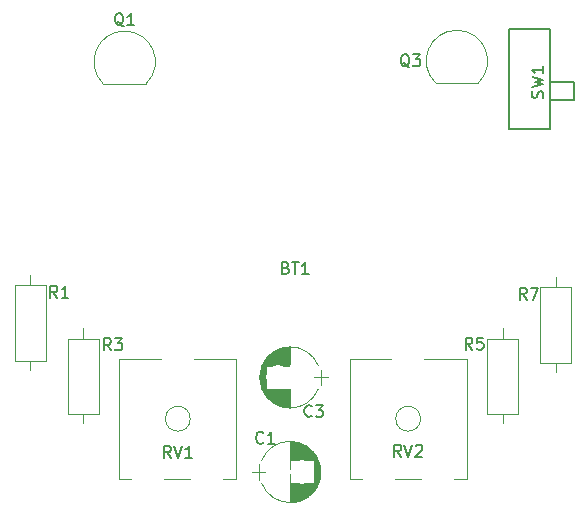
<source format=gbr>
G04 #@! TF.GenerationSoftware,KiCad,Pcbnew,5.0.0*
G04 #@! TF.CreationDate,2018-08-21T17:50:13+02:00*
G04 #@! TF.ProjectId,blink_badge,626C696E6B5F62616467652E6B696361,rev?*
G04 #@! TF.SameCoordinates,Original*
G04 #@! TF.FileFunction,Legend,Top*
G04 #@! TF.FilePolarity,Positive*
%FSLAX46Y46*%
G04 Gerber Fmt 4.6, Leading zero omitted, Abs format (unit mm)*
G04 Created by KiCad (PCBNEW 5.0.0) date Tue Aug 21 17:50:13 2018*
%MOMM*%
%LPD*%
G01*
G04 APERTURE LIST*
%ADD10C,0.120000*%
%ADD11C,0.150000*%
%ADD12C,4.400000*%
%ADD13R,5.480000X5.480000*%
%ADD14C,15.400000*%
%ADD15C,0.900000*%
%ADD16C,2.740000*%
%ADD17R,2.000000X2.000000*%
%ADD18C,2.000000*%
%ADD19O,2.000000X2.000000*%
%ADD20C,1.924000*%
%ADD21R,2.200000X2.200000*%
%ADD22C,2.200000*%
%ADD23C,1.400000*%
%ADD24R,1.400000X1.400000*%
G04 APERTURE END LIST*
D10*
G04 #@! TO.C,RV2*
X63050000Y-108500000D02*
G75*
G03X63050000Y-108500000I-1050000J0D01*
G01*
X57039000Y-113560000D02*
X57039000Y-103440000D01*
X66960000Y-113560000D02*
X66960000Y-103440000D01*
X57039000Y-113560000D02*
X58135000Y-113560000D01*
X60865000Y-113560000D02*
X63135000Y-113560000D01*
X65865000Y-113560000D02*
X66960000Y-113560000D01*
X57039000Y-103440000D02*
X60635000Y-103440000D01*
X63365000Y-103440000D02*
X66960000Y-103440000D01*
G04 #@! TO.C,C1*
X54396863Y-112018600D02*
G75*
G03X49602564Y-112020000I-2396863J-981400D01*
G01*
X54396863Y-113981400D02*
G75*
G02X49602564Y-113980000I-2396863J981400D01*
G01*
X54396863Y-113981400D02*
G75*
G03X54397436Y-112020000I-2396863J981400D01*
G01*
X52000000Y-110450000D02*
X52000000Y-115550000D01*
X52040000Y-110450000D02*
X52040000Y-112020000D01*
X52040000Y-113980000D02*
X52040000Y-115550000D01*
X52080000Y-110451000D02*
X52080000Y-112020000D01*
X52080000Y-113980000D02*
X52080000Y-115549000D01*
X52120000Y-110452000D02*
X52120000Y-112020000D01*
X52120000Y-113980000D02*
X52120000Y-115548000D01*
X52160000Y-110454000D02*
X52160000Y-112020000D01*
X52160000Y-113980000D02*
X52160000Y-115546000D01*
X52200000Y-110457000D02*
X52200000Y-112020000D01*
X52200000Y-113980000D02*
X52200000Y-115543000D01*
X52240000Y-110461000D02*
X52240000Y-112020000D01*
X52240000Y-113980000D02*
X52240000Y-115539000D01*
X52280000Y-110465000D02*
X52280000Y-112020000D01*
X52280000Y-113980000D02*
X52280000Y-115535000D01*
X52320000Y-110469000D02*
X52320000Y-112020000D01*
X52320000Y-113980000D02*
X52320000Y-115531000D01*
X52360000Y-110475000D02*
X52360000Y-112020000D01*
X52360000Y-113980000D02*
X52360000Y-115525000D01*
X52400000Y-110481000D02*
X52400000Y-112020000D01*
X52400000Y-113980000D02*
X52400000Y-115519000D01*
X52440000Y-110487000D02*
X52440000Y-112020000D01*
X52440000Y-113980000D02*
X52440000Y-115513000D01*
X52480000Y-110494000D02*
X52480000Y-112020000D01*
X52480000Y-113980000D02*
X52480000Y-115506000D01*
X52520000Y-110502000D02*
X52520000Y-112020000D01*
X52520000Y-113980000D02*
X52520000Y-115498000D01*
X52560000Y-110511000D02*
X52560000Y-112020000D01*
X52560000Y-113980000D02*
X52560000Y-115489000D01*
X52600000Y-110520000D02*
X52600000Y-112020000D01*
X52600000Y-113980000D02*
X52600000Y-115480000D01*
X52640000Y-110530000D02*
X52640000Y-112020000D01*
X52640000Y-113980000D02*
X52640000Y-115470000D01*
X52680000Y-110540000D02*
X52680000Y-112020000D01*
X52680000Y-113980000D02*
X52680000Y-115460000D01*
X52721000Y-110552000D02*
X52721000Y-112020000D01*
X52721000Y-113980000D02*
X52721000Y-115448000D01*
X52761000Y-110564000D02*
X52761000Y-112020000D01*
X52761000Y-113980000D02*
X52761000Y-115436000D01*
X52801000Y-110576000D02*
X52801000Y-112020000D01*
X52801000Y-113980000D02*
X52801000Y-115424000D01*
X52841000Y-110590000D02*
X52841000Y-112020000D01*
X52841000Y-113980000D02*
X52841000Y-115410000D01*
X52881000Y-110604000D02*
X52881000Y-112020000D01*
X52881000Y-113980000D02*
X52881000Y-115396000D01*
X52921000Y-110618000D02*
X52921000Y-112020000D01*
X52921000Y-113980000D02*
X52921000Y-115382000D01*
X52961000Y-110634000D02*
X52961000Y-112020000D01*
X52961000Y-113980000D02*
X52961000Y-115366000D01*
X53001000Y-110650000D02*
X53001000Y-112020000D01*
X53001000Y-113980000D02*
X53001000Y-115350000D01*
X53041000Y-110667000D02*
X53041000Y-112020000D01*
X53041000Y-113980000D02*
X53041000Y-115333000D01*
X53081000Y-110685000D02*
X53081000Y-112020000D01*
X53081000Y-113980000D02*
X53081000Y-115315000D01*
X53121000Y-110704000D02*
X53121000Y-112020000D01*
X53121000Y-113980000D02*
X53121000Y-115296000D01*
X53161000Y-110724000D02*
X53161000Y-112020000D01*
X53161000Y-113980000D02*
X53161000Y-115276000D01*
X53201000Y-110744000D02*
X53201000Y-112020000D01*
X53201000Y-113980000D02*
X53201000Y-115256000D01*
X53241000Y-110766000D02*
X53241000Y-112020000D01*
X53241000Y-113980000D02*
X53241000Y-115234000D01*
X53281000Y-110788000D02*
X53281000Y-112020000D01*
X53281000Y-113980000D02*
X53281000Y-115212000D01*
X53321000Y-110811000D02*
X53321000Y-112020000D01*
X53321000Y-113980000D02*
X53321000Y-115189000D01*
X53361000Y-110835000D02*
X53361000Y-112020000D01*
X53361000Y-113980000D02*
X53361000Y-115165000D01*
X53401000Y-110860000D02*
X53401000Y-112020000D01*
X53401000Y-113980000D02*
X53401000Y-115140000D01*
X53441000Y-110887000D02*
X53441000Y-112020000D01*
X53441000Y-113980000D02*
X53441000Y-115113000D01*
X53481000Y-110914000D02*
X53481000Y-112020000D01*
X53481000Y-113980000D02*
X53481000Y-115086000D01*
X53521000Y-110942000D02*
X53521000Y-112020000D01*
X53521000Y-113980000D02*
X53521000Y-115058000D01*
X53561000Y-110972000D02*
X53561000Y-112020000D01*
X53561000Y-113980000D02*
X53561000Y-115028000D01*
X53601000Y-111003000D02*
X53601000Y-112020000D01*
X53601000Y-113980000D02*
X53601000Y-114997000D01*
X53641000Y-111035000D02*
X53641000Y-112020000D01*
X53641000Y-113980000D02*
X53641000Y-114965000D01*
X53681000Y-111068000D02*
X53681000Y-112020000D01*
X53681000Y-113980000D02*
X53681000Y-114932000D01*
X53721000Y-111103000D02*
X53721000Y-112020000D01*
X53721000Y-113980000D02*
X53721000Y-114897000D01*
X53761000Y-111139000D02*
X53761000Y-112020000D01*
X53761000Y-113980000D02*
X53761000Y-114861000D01*
X53801000Y-111177000D02*
X53801000Y-112020000D01*
X53801000Y-113980000D02*
X53801000Y-114823000D01*
X53841000Y-111217000D02*
X53841000Y-112020000D01*
X53841000Y-113980000D02*
X53841000Y-114783000D01*
X53881000Y-111258000D02*
X53881000Y-112020000D01*
X53881000Y-113980000D02*
X53881000Y-114742000D01*
X53921000Y-111301000D02*
X53921000Y-112020000D01*
X53921000Y-113980000D02*
X53921000Y-114699000D01*
X53961000Y-111346000D02*
X53961000Y-112020000D01*
X53961000Y-113980000D02*
X53961000Y-114654000D01*
X54001000Y-111394000D02*
X54001000Y-114606000D01*
X54041000Y-111444000D02*
X54041000Y-114556000D01*
X54081000Y-111496000D02*
X54081000Y-114504000D01*
X54121000Y-111552000D02*
X54121000Y-114448000D01*
X54161000Y-111610000D02*
X54161000Y-114390000D01*
X54201000Y-111673000D02*
X54201000Y-114327000D01*
X54241000Y-111739000D02*
X54241000Y-114261000D01*
X54281000Y-111811000D02*
X54281000Y-114189000D01*
X54321000Y-111888000D02*
X54321000Y-114112000D01*
X54361000Y-111972000D02*
X54361000Y-114028000D01*
X54401000Y-112066000D02*
X54401000Y-113934000D01*
X54441000Y-112171000D02*
X54441000Y-113829000D01*
X54481000Y-112293000D02*
X54481000Y-113707000D01*
X54521000Y-112441000D02*
X54521000Y-113559000D01*
X54561000Y-112646000D02*
X54561000Y-113354000D01*
X48800000Y-113000000D02*
X50000000Y-113000000D01*
X49400000Y-112350000D02*
X49400000Y-113650000D01*
G04 #@! TO.C,C3*
X49603137Y-105981400D02*
G75*
G03X54397436Y-105980000I2396863J981400D01*
G01*
X49603137Y-104018600D02*
G75*
G02X54397436Y-104020000I2396863J-981400D01*
G01*
X49603137Y-104018600D02*
G75*
G03X49602564Y-105980000I2396863J-981400D01*
G01*
X52000000Y-107550000D02*
X52000000Y-102450000D01*
X51960000Y-107550000D02*
X51960000Y-105980000D01*
X51960000Y-104020000D02*
X51960000Y-102450000D01*
X51920000Y-107549000D02*
X51920000Y-105980000D01*
X51920000Y-104020000D02*
X51920000Y-102451000D01*
X51880000Y-107548000D02*
X51880000Y-105980000D01*
X51880000Y-104020000D02*
X51880000Y-102452000D01*
X51840000Y-107546000D02*
X51840000Y-105980000D01*
X51840000Y-104020000D02*
X51840000Y-102454000D01*
X51800000Y-107543000D02*
X51800000Y-105980000D01*
X51800000Y-104020000D02*
X51800000Y-102457000D01*
X51760000Y-107539000D02*
X51760000Y-105980000D01*
X51760000Y-104020000D02*
X51760000Y-102461000D01*
X51720000Y-107535000D02*
X51720000Y-105980000D01*
X51720000Y-104020000D02*
X51720000Y-102465000D01*
X51680000Y-107531000D02*
X51680000Y-105980000D01*
X51680000Y-104020000D02*
X51680000Y-102469000D01*
X51640000Y-107525000D02*
X51640000Y-105980000D01*
X51640000Y-104020000D02*
X51640000Y-102475000D01*
X51600000Y-107519000D02*
X51600000Y-105980000D01*
X51600000Y-104020000D02*
X51600000Y-102481000D01*
X51560000Y-107513000D02*
X51560000Y-105980000D01*
X51560000Y-104020000D02*
X51560000Y-102487000D01*
X51520000Y-107506000D02*
X51520000Y-105980000D01*
X51520000Y-104020000D02*
X51520000Y-102494000D01*
X51480000Y-107498000D02*
X51480000Y-105980000D01*
X51480000Y-104020000D02*
X51480000Y-102502000D01*
X51440000Y-107489000D02*
X51440000Y-105980000D01*
X51440000Y-104020000D02*
X51440000Y-102511000D01*
X51400000Y-107480000D02*
X51400000Y-105980000D01*
X51400000Y-104020000D02*
X51400000Y-102520000D01*
X51360000Y-107470000D02*
X51360000Y-105980000D01*
X51360000Y-104020000D02*
X51360000Y-102530000D01*
X51320000Y-107460000D02*
X51320000Y-105980000D01*
X51320000Y-104020000D02*
X51320000Y-102540000D01*
X51279000Y-107448000D02*
X51279000Y-105980000D01*
X51279000Y-104020000D02*
X51279000Y-102552000D01*
X51239000Y-107436000D02*
X51239000Y-105980000D01*
X51239000Y-104020000D02*
X51239000Y-102564000D01*
X51199000Y-107424000D02*
X51199000Y-105980000D01*
X51199000Y-104020000D02*
X51199000Y-102576000D01*
X51159000Y-107410000D02*
X51159000Y-105980000D01*
X51159000Y-104020000D02*
X51159000Y-102590000D01*
X51119000Y-107396000D02*
X51119000Y-105980000D01*
X51119000Y-104020000D02*
X51119000Y-102604000D01*
X51079000Y-107382000D02*
X51079000Y-105980000D01*
X51079000Y-104020000D02*
X51079000Y-102618000D01*
X51039000Y-107366000D02*
X51039000Y-105980000D01*
X51039000Y-104020000D02*
X51039000Y-102634000D01*
X50999000Y-107350000D02*
X50999000Y-105980000D01*
X50999000Y-104020000D02*
X50999000Y-102650000D01*
X50959000Y-107333000D02*
X50959000Y-105980000D01*
X50959000Y-104020000D02*
X50959000Y-102667000D01*
X50919000Y-107315000D02*
X50919000Y-105980000D01*
X50919000Y-104020000D02*
X50919000Y-102685000D01*
X50879000Y-107296000D02*
X50879000Y-105980000D01*
X50879000Y-104020000D02*
X50879000Y-102704000D01*
X50839000Y-107276000D02*
X50839000Y-105980000D01*
X50839000Y-104020000D02*
X50839000Y-102724000D01*
X50799000Y-107256000D02*
X50799000Y-105980000D01*
X50799000Y-104020000D02*
X50799000Y-102744000D01*
X50759000Y-107234000D02*
X50759000Y-105980000D01*
X50759000Y-104020000D02*
X50759000Y-102766000D01*
X50719000Y-107212000D02*
X50719000Y-105980000D01*
X50719000Y-104020000D02*
X50719000Y-102788000D01*
X50679000Y-107189000D02*
X50679000Y-105980000D01*
X50679000Y-104020000D02*
X50679000Y-102811000D01*
X50639000Y-107165000D02*
X50639000Y-105980000D01*
X50639000Y-104020000D02*
X50639000Y-102835000D01*
X50599000Y-107140000D02*
X50599000Y-105980000D01*
X50599000Y-104020000D02*
X50599000Y-102860000D01*
X50559000Y-107113000D02*
X50559000Y-105980000D01*
X50559000Y-104020000D02*
X50559000Y-102887000D01*
X50519000Y-107086000D02*
X50519000Y-105980000D01*
X50519000Y-104020000D02*
X50519000Y-102914000D01*
X50479000Y-107058000D02*
X50479000Y-105980000D01*
X50479000Y-104020000D02*
X50479000Y-102942000D01*
X50439000Y-107028000D02*
X50439000Y-105980000D01*
X50439000Y-104020000D02*
X50439000Y-102972000D01*
X50399000Y-106997000D02*
X50399000Y-105980000D01*
X50399000Y-104020000D02*
X50399000Y-103003000D01*
X50359000Y-106965000D02*
X50359000Y-105980000D01*
X50359000Y-104020000D02*
X50359000Y-103035000D01*
X50319000Y-106932000D02*
X50319000Y-105980000D01*
X50319000Y-104020000D02*
X50319000Y-103068000D01*
X50279000Y-106897000D02*
X50279000Y-105980000D01*
X50279000Y-104020000D02*
X50279000Y-103103000D01*
X50239000Y-106861000D02*
X50239000Y-105980000D01*
X50239000Y-104020000D02*
X50239000Y-103139000D01*
X50199000Y-106823000D02*
X50199000Y-105980000D01*
X50199000Y-104020000D02*
X50199000Y-103177000D01*
X50159000Y-106783000D02*
X50159000Y-105980000D01*
X50159000Y-104020000D02*
X50159000Y-103217000D01*
X50119000Y-106742000D02*
X50119000Y-105980000D01*
X50119000Y-104020000D02*
X50119000Y-103258000D01*
X50079000Y-106699000D02*
X50079000Y-105980000D01*
X50079000Y-104020000D02*
X50079000Y-103301000D01*
X50039000Y-106654000D02*
X50039000Y-105980000D01*
X50039000Y-104020000D02*
X50039000Y-103346000D01*
X49999000Y-106606000D02*
X49999000Y-103394000D01*
X49959000Y-106556000D02*
X49959000Y-103444000D01*
X49919000Y-106504000D02*
X49919000Y-103496000D01*
X49879000Y-106448000D02*
X49879000Y-103552000D01*
X49839000Y-106390000D02*
X49839000Y-103610000D01*
X49799000Y-106327000D02*
X49799000Y-103673000D01*
X49759000Y-106261000D02*
X49759000Y-103739000D01*
X49719000Y-106189000D02*
X49719000Y-103811000D01*
X49679000Y-106112000D02*
X49679000Y-103888000D01*
X49639000Y-106028000D02*
X49639000Y-103972000D01*
X49599000Y-105934000D02*
X49599000Y-104066000D01*
X49559000Y-105829000D02*
X49559000Y-104171000D01*
X49519000Y-105707000D02*
X49519000Y-104293000D01*
X49479000Y-105559000D02*
X49479000Y-104441000D01*
X49439000Y-105354000D02*
X49439000Y-104646000D01*
X55200000Y-105000000D02*
X54000000Y-105000000D01*
X54600000Y-105650000D02*
X54600000Y-104350000D01*
G04 #@! TO.C,R1*
X28690000Y-103630000D02*
X31310000Y-103630000D01*
X31310000Y-103630000D02*
X31310000Y-97210000D01*
X31310000Y-97210000D02*
X28690000Y-97210000D01*
X28690000Y-97210000D02*
X28690000Y-103630000D01*
X30000000Y-104520000D02*
X30000000Y-103630000D01*
X30000000Y-96320000D02*
X30000000Y-97210000D01*
G04 #@! TO.C,R3*
X35810000Y-101710000D02*
X33190000Y-101710000D01*
X33190000Y-101710000D02*
X33190000Y-108130000D01*
X33190000Y-108130000D02*
X35810000Y-108130000D01*
X35810000Y-108130000D02*
X35810000Y-101710000D01*
X34500000Y-100820000D02*
X34500000Y-101710000D01*
X34500000Y-109020000D02*
X34500000Y-108130000D01*
G04 #@! TO.C,R5*
X71310000Y-101710000D02*
X68690000Y-101710000D01*
X68690000Y-101710000D02*
X68690000Y-108130000D01*
X68690000Y-108130000D02*
X71310000Y-108130000D01*
X71310000Y-108130000D02*
X71310000Y-101710000D01*
X70000000Y-100820000D02*
X70000000Y-101710000D01*
X70000000Y-109020000D02*
X70000000Y-108130000D01*
G04 #@! TO.C,R7*
X73190000Y-103790000D02*
X75810000Y-103790000D01*
X75810000Y-103790000D02*
X75810000Y-97370000D01*
X75810000Y-97370000D02*
X73190000Y-97370000D01*
X73190000Y-97370000D02*
X73190000Y-103790000D01*
X74500000Y-104680000D02*
X74500000Y-103790000D01*
X74500000Y-96480000D02*
X74500000Y-97370000D01*
G04 #@! TO.C,RV1*
X43550000Y-108500000D02*
G75*
G03X43550000Y-108500000I-1050000J0D01*
G01*
X37539000Y-113560000D02*
X37539000Y-103440000D01*
X47460000Y-113560000D02*
X47460000Y-103440000D01*
X37539000Y-113560000D02*
X38635000Y-113560000D01*
X41365000Y-113560000D02*
X43635000Y-113560000D01*
X46365000Y-113560000D02*
X47460000Y-113560000D01*
X37539000Y-103440000D02*
X41135000Y-103440000D01*
X43865000Y-103440000D02*
X47460000Y-103440000D01*
D11*
G04 #@! TO.C,SW1*
X74000000Y-81500000D02*
X76000000Y-81500000D01*
X76000000Y-81500000D02*
X76000000Y-80000000D01*
X76000000Y-80000000D02*
X74000000Y-80000000D01*
X74000000Y-84000000D02*
X74000000Y-75500000D01*
X74000000Y-75500000D02*
X70500000Y-75500000D01*
X70500000Y-75500000D02*
X70500000Y-84000000D01*
X70500000Y-84000000D02*
X74000000Y-84000000D01*
D10*
G04 #@! TO.C,Q1*
X36200000Y-80120000D02*
X39800000Y-80120000D01*
X36161522Y-80108478D02*
G75*
G02X38000000Y-75670000I1838478J1838478D01*
G01*
X39838478Y-80108478D02*
G75*
G03X38000000Y-75670000I-1838478J1838478D01*
G01*
G04 #@! TO.C,Q3*
X64330000Y-80050000D02*
X67930000Y-80050000D01*
X64291522Y-80038478D02*
G75*
G02X66130000Y-75600000I1838478J1838478D01*
G01*
X67968478Y-80038478D02*
G75*
G03X66130000Y-75600000I-1838478J1838478D01*
G01*
G04 #@! TO.C,*
D11*
G04 #@! TO.C,BT1*
X51639285Y-95718571D02*
X51782142Y-95766190D01*
X51829761Y-95813809D01*
X51877380Y-95909047D01*
X51877380Y-96051904D01*
X51829761Y-96147142D01*
X51782142Y-96194761D01*
X51686904Y-96242380D01*
X51305952Y-96242380D01*
X51305952Y-95242380D01*
X51639285Y-95242380D01*
X51734523Y-95290000D01*
X51782142Y-95337619D01*
X51829761Y-95432857D01*
X51829761Y-95528095D01*
X51782142Y-95623333D01*
X51734523Y-95670952D01*
X51639285Y-95718571D01*
X51305952Y-95718571D01*
X52163095Y-95242380D02*
X52734523Y-95242380D01*
X52448809Y-96242380D02*
X52448809Y-95242380D01*
X53591666Y-96242380D02*
X53020238Y-96242380D01*
X53305952Y-96242380D02*
X53305952Y-95242380D01*
X53210714Y-95385238D01*
X53115476Y-95480476D01*
X53020238Y-95528095D01*
G04 #@! TO.C,RV2*
X61404761Y-111702380D02*
X61071428Y-111226190D01*
X60833333Y-111702380D02*
X60833333Y-110702380D01*
X61214285Y-110702380D01*
X61309523Y-110750000D01*
X61357142Y-110797619D01*
X61404761Y-110892857D01*
X61404761Y-111035714D01*
X61357142Y-111130952D01*
X61309523Y-111178571D01*
X61214285Y-111226190D01*
X60833333Y-111226190D01*
X61690476Y-110702380D02*
X62023809Y-111702380D01*
X62357142Y-110702380D01*
X62642857Y-110797619D02*
X62690476Y-110750000D01*
X62785714Y-110702380D01*
X63023809Y-110702380D01*
X63119047Y-110750000D01*
X63166666Y-110797619D01*
X63214285Y-110892857D01*
X63214285Y-110988095D01*
X63166666Y-111130952D01*
X62595238Y-111702380D01*
X63214285Y-111702380D01*
G04 #@! TO.C,C1*
X49733333Y-110507142D02*
X49685714Y-110554761D01*
X49542857Y-110602380D01*
X49447619Y-110602380D01*
X49304761Y-110554761D01*
X49209523Y-110459523D01*
X49161904Y-110364285D01*
X49114285Y-110173809D01*
X49114285Y-110030952D01*
X49161904Y-109840476D01*
X49209523Y-109745238D01*
X49304761Y-109650000D01*
X49447619Y-109602380D01*
X49542857Y-109602380D01*
X49685714Y-109650000D01*
X49733333Y-109697619D01*
X50685714Y-110602380D02*
X50114285Y-110602380D01*
X50400000Y-110602380D02*
X50400000Y-109602380D01*
X50304761Y-109745238D01*
X50209523Y-109840476D01*
X50114285Y-109888095D01*
G04 #@! TO.C,C3*
X53833333Y-108257142D02*
X53785714Y-108304761D01*
X53642857Y-108352380D01*
X53547619Y-108352380D01*
X53404761Y-108304761D01*
X53309523Y-108209523D01*
X53261904Y-108114285D01*
X53214285Y-107923809D01*
X53214285Y-107780952D01*
X53261904Y-107590476D01*
X53309523Y-107495238D01*
X53404761Y-107400000D01*
X53547619Y-107352380D01*
X53642857Y-107352380D01*
X53785714Y-107400000D01*
X53833333Y-107447619D01*
X54166666Y-107352380D02*
X54785714Y-107352380D01*
X54452380Y-107733333D01*
X54595238Y-107733333D01*
X54690476Y-107780952D01*
X54738095Y-107828571D01*
X54785714Y-107923809D01*
X54785714Y-108161904D01*
X54738095Y-108257142D01*
X54690476Y-108304761D01*
X54595238Y-108352380D01*
X54309523Y-108352380D01*
X54214285Y-108304761D01*
X54166666Y-108257142D01*
G04 #@! TO.C,R1*
X32283333Y-98252380D02*
X31950000Y-97776190D01*
X31711904Y-98252380D02*
X31711904Y-97252380D01*
X32092857Y-97252380D01*
X32188095Y-97300000D01*
X32235714Y-97347619D01*
X32283333Y-97442857D01*
X32283333Y-97585714D01*
X32235714Y-97680952D01*
X32188095Y-97728571D01*
X32092857Y-97776190D01*
X31711904Y-97776190D01*
X33235714Y-98252380D02*
X32664285Y-98252380D01*
X32950000Y-98252380D02*
X32950000Y-97252380D01*
X32854761Y-97395238D01*
X32759523Y-97490476D01*
X32664285Y-97538095D01*
G04 #@! TO.C,R3*
X36833333Y-102692380D02*
X36500000Y-102216190D01*
X36261904Y-102692380D02*
X36261904Y-101692380D01*
X36642857Y-101692380D01*
X36738095Y-101740000D01*
X36785714Y-101787619D01*
X36833333Y-101882857D01*
X36833333Y-102025714D01*
X36785714Y-102120952D01*
X36738095Y-102168571D01*
X36642857Y-102216190D01*
X36261904Y-102216190D01*
X37166666Y-101692380D02*
X37785714Y-101692380D01*
X37452380Y-102073333D01*
X37595238Y-102073333D01*
X37690476Y-102120952D01*
X37738095Y-102168571D01*
X37785714Y-102263809D01*
X37785714Y-102501904D01*
X37738095Y-102597142D01*
X37690476Y-102644761D01*
X37595238Y-102692380D01*
X37309523Y-102692380D01*
X37214285Y-102644761D01*
X37166666Y-102597142D01*
G04 #@! TO.C,R5*
X67433333Y-102642380D02*
X67100000Y-102166190D01*
X66861904Y-102642380D02*
X66861904Y-101642380D01*
X67242857Y-101642380D01*
X67338095Y-101690000D01*
X67385714Y-101737619D01*
X67433333Y-101832857D01*
X67433333Y-101975714D01*
X67385714Y-102070952D01*
X67338095Y-102118571D01*
X67242857Y-102166190D01*
X66861904Y-102166190D01*
X68338095Y-101642380D02*
X67861904Y-101642380D01*
X67814285Y-102118571D01*
X67861904Y-102070952D01*
X67957142Y-102023333D01*
X68195238Y-102023333D01*
X68290476Y-102070952D01*
X68338095Y-102118571D01*
X68385714Y-102213809D01*
X68385714Y-102451904D01*
X68338095Y-102547142D01*
X68290476Y-102594761D01*
X68195238Y-102642380D01*
X67957142Y-102642380D01*
X67861904Y-102594761D01*
X67814285Y-102547142D01*
G04 #@! TO.C,R7*
X72033333Y-98412380D02*
X71700000Y-97936190D01*
X71461904Y-98412380D02*
X71461904Y-97412380D01*
X71842857Y-97412380D01*
X71938095Y-97460000D01*
X71985714Y-97507619D01*
X72033333Y-97602857D01*
X72033333Y-97745714D01*
X71985714Y-97840952D01*
X71938095Y-97888571D01*
X71842857Y-97936190D01*
X71461904Y-97936190D01*
X72366666Y-97412380D02*
X73033333Y-97412380D01*
X72604761Y-98412380D01*
G04 #@! TO.C,RV1*
X41904761Y-111802380D02*
X41571428Y-111326190D01*
X41333333Y-111802380D02*
X41333333Y-110802380D01*
X41714285Y-110802380D01*
X41809523Y-110850000D01*
X41857142Y-110897619D01*
X41904761Y-110992857D01*
X41904761Y-111135714D01*
X41857142Y-111230952D01*
X41809523Y-111278571D01*
X41714285Y-111326190D01*
X41333333Y-111326190D01*
X42190476Y-110802380D02*
X42523809Y-111802380D01*
X42857142Y-110802380D01*
X43714285Y-111802380D02*
X43142857Y-111802380D01*
X43428571Y-111802380D02*
X43428571Y-110802380D01*
X43333333Y-110945238D01*
X43238095Y-111040476D01*
X43142857Y-111088095D01*
G04 #@! TO.C,SW1*
X73404761Y-81333333D02*
X73452380Y-81190476D01*
X73452380Y-80952380D01*
X73404761Y-80857142D01*
X73357142Y-80809523D01*
X73261904Y-80761904D01*
X73166666Y-80761904D01*
X73071428Y-80809523D01*
X73023809Y-80857142D01*
X72976190Y-80952380D01*
X72928571Y-81142857D01*
X72880952Y-81238095D01*
X72833333Y-81285714D01*
X72738095Y-81333333D01*
X72642857Y-81333333D01*
X72547619Y-81285714D01*
X72500000Y-81238095D01*
X72452380Y-81142857D01*
X72452380Y-80904761D01*
X72500000Y-80761904D01*
X72452380Y-80428571D02*
X73452380Y-80190476D01*
X72738095Y-80000000D01*
X73452380Y-79809523D01*
X72452380Y-79571428D01*
X73452380Y-78666666D02*
X73452380Y-79238095D01*
X73452380Y-78952380D02*
X72452380Y-78952380D01*
X72595238Y-79047619D01*
X72690476Y-79142857D01*
X72738095Y-79238095D01*
G04 #@! TO.C,Q1*
X37904761Y-75257619D02*
X37809523Y-75210000D01*
X37714285Y-75114761D01*
X37571428Y-74971904D01*
X37476190Y-74924285D01*
X37380952Y-74924285D01*
X37428571Y-75162380D02*
X37333333Y-75114761D01*
X37238095Y-75019523D01*
X37190476Y-74829047D01*
X37190476Y-74495714D01*
X37238095Y-74305238D01*
X37333333Y-74210000D01*
X37428571Y-74162380D01*
X37619047Y-74162380D01*
X37714285Y-74210000D01*
X37809523Y-74305238D01*
X37857142Y-74495714D01*
X37857142Y-74829047D01*
X37809523Y-75019523D01*
X37714285Y-75114761D01*
X37619047Y-75162380D01*
X37428571Y-75162380D01*
X38809523Y-75162380D02*
X38238095Y-75162380D01*
X38523809Y-75162380D02*
X38523809Y-74162380D01*
X38428571Y-74305238D01*
X38333333Y-74400476D01*
X38238095Y-74448095D01*
G04 #@! TO.C,Q3*
X62104761Y-78747619D02*
X62009523Y-78700000D01*
X61914285Y-78604761D01*
X61771428Y-78461904D01*
X61676190Y-78414285D01*
X61580952Y-78414285D01*
X61628571Y-78652380D02*
X61533333Y-78604761D01*
X61438095Y-78509523D01*
X61390476Y-78319047D01*
X61390476Y-77985714D01*
X61438095Y-77795238D01*
X61533333Y-77700000D01*
X61628571Y-77652380D01*
X61819047Y-77652380D01*
X61914285Y-77700000D01*
X62009523Y-77795238D01*
X62057142Y-77985714D01*
X62057142Y-78319047D01*
X62009523Y-78509523D01*
X61914285Y-78604761D01*
X61819047Y-78652380D01*
X61628571Y-78652380D01*
X62390476Y-77652380D02*
X63009523Y-77652380D01*
X62676190Y-78033333D01*
X62819047Y-78033333D01*
X62914285Y-78080952D01*
X62961904Y-78128571D01*
X63009523Y-78223809D01*
X63009523Y-78461904D01*
X62961904Y-78557142D01*
X62914285Y-78604761D01*
X62819047Y-78652380D01*
X62533333Y-78652380D01*
X62438095Y-78604761D01*
X62390476Y-78557142D01*
G04 #@! TD*
%LPC*%
D12*
G04 #@! TO.C,*
X36500000Y-70250000D03*
G04 #@! TD*
G04 #@! TO.C,*
X68000000Y-70250000D03*
G04 #@! TD*
D13*
G04 #@! TO.C,BT1*
X39425000Y-86500000D03*
X65075000Y-86500000D03*
D14*
X52250000Y-86500000D03*
G04 #@! TD*
D15*
G04 #@! TO.C,REF\002A\002A*
X29700000Y-72800000D03*
G04 #@! TD*
G04 #@! TO.C,REF\002A\002A*
X29050000Y-74100000D03*
G04 #@! TD*
G04 #@! TO.C,REF\002A\002A*
X29750000Y-74100000D03*
G04 #@! TD*
G04 #@! TO.C,REF\002A\002A*
X30450000Y-74100000D03*
G04 #@! TD*
G04 #@! TO.C,REF\002A\002A*
X30450000Y-73400000D03*
G04 #@! TD*
G04 #@! TO.C,REF\002A\002A*
X74150000Y-73400000D03*
G04 #@! TD*
G04 #@! TO.C,REF\002A\002A*
X75650000Y-72650000D03*
G04 #@! TD*
G04 #@! TO.C,REF\002A\002A*
X74900000Y-74150000D03*
G04 #@! TD*
G04 #@! TO.C,REF\002A\002A*
X74900000Y-73400000D03*
G04 #@! TD*
G04 #@! TO.C,REF\002A\002A*
X74900000Y-72650000D03*
G04 #@! TD*
D16*
G04 #@! TO.C,RV2*
X59500000Y-113500000D03*
X62000000Y-103500000D03*
X64500000Y-113500000D03*
G04 #@! TD*
D17*
G04 #@! TO.C,C1*
X51000000Y-113000000D03*
D18*
X53000000Y-113000000D03*
G04 #@! TD*
D17*
G04 #@! TO.C,C3*
X53000000Y-105000000D03*
D18*
X51000000Y-105000000D03*
G04 #@! TD*
G04 #@! TO.C,R1*
X30000000Y-105500000D03*
D19*
X30000000Y-95340000D03*
G04 #@! TD*
D18*
G04 #@! TO.C,R3*
X34500000Y-99840000D03*
D19*
X34500000Y-110000000D03*
G04 #@! TD*
D18*
G04 #@! TO.C,R5*
X70000000Y-99840000D03*
D19*
X70000000Y-110000000D03*
G04 #@! TD*
D18*
G04 #@! TO.C,R7*
X74500000Y-105660000D03*
D19*
X74500000Y-95500000D03*
G04 #@! TD*
D16*
G04 #@! TO.C,RV1*
X40000000Y-113500000D03*
X42500000Y-103500000D03*
X45000000Y-113500000D03*
G04 #@! TD*
D20*
G04 #@! TO.C,SW1*
X71550000Y-82250000D03*
X71550000Y-79750000D03*
X71550000Y-77250000D03*
G04 #@! TD*
D21*
G04 #@! TO.C,D1*
X37460000Y-96250000D03*
D22*
X40000000Y-96250000D03*
G04 #@! TD*
D23*
G04 #@! TO.C,Q1*
X38000000Y-77000000D03*
X39270000Y-78270000D03*
D24*
X36730000Y-78270000D03*
G04 #@! TD*
D23*
G04 #@! TO.C,Q3*
X66130000Y-76930000D03*
X67400000Y-78200000D03*
D24*
X64860000Y-78200000D03*
G04 #@! TD*
D21*
G04 #@! TO.C,D2*
X64460000Y-96250000D03*
D22*
X67000000Y-96250000D03*
G04 #@! TD*
M02*

</source>
